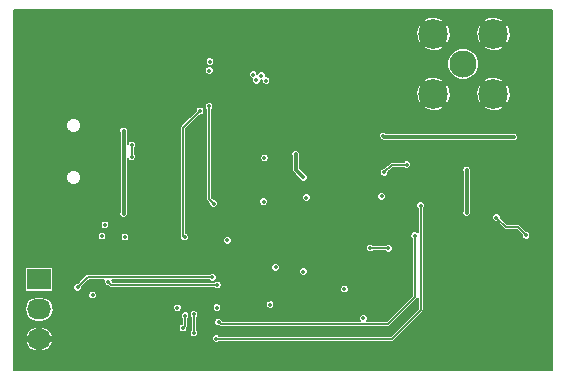
<source format=gbl>
G04 #@! TF.FileFunction,Copper,L4,Bot,Signal*
%FSLAX46Y46*%
G04 Gerber Fmt 4.6, Leading zero omitted, Abs format (unit mm)*
G04 Created by KiCad (PCBNEW (after 2015-mar-04 BZR unknown)-product) date Wed 22 Apr 2015 11:16:48 PM EDT*
%MOMM*%
G01*
G04 APERTURE LIST*
%ADD10C,0.100000*%
%ADD11R,2.032000X1.727200*%
%ADD12O,2.032000X1.727200*%
%ADD13C,2.300000*%
%ADD14C,2.500000*%
%ADD15C,0.355400*%
%ADD16C,0.300000*%
%ADD17C,0.127000*%
G04 APERTURE END LIST*
D10*
D11*
X93345000Y-78054200D03*
D12*
X93345000Y-80594200D03*
X93345000Y-83134200D03*
D13*
X129260600Y-59829700D03*
D14*
X131800600Y-57289700D03*
X126720600Y-57289700D03*
X126720600Y-62369700D03*
X131800600Y-62369700D03*
D15*
X115062000Y-67490340D03*
X115717320Y-69425820D03*
X133532880Y-66019680D03*
X122483880Y-65928240D03*
X100500000Y-65500000D03*
X100500000Y-72500000D03*
X119207280Y-57348120D03*
X100843080Y-76817220D03*
X118376700Y-80741520D03*
X116240560Y-68620640D03*
X118094760Y-67792600D03*
X111084360Y-65280540D03*
X113621820Y-69164200D03*
X113212880Y-71490840D03*
X114460020Y-68374260D03*
X111615220Y-74637900D03*
X115011200Y-74620120D03*
X116080540Y-72280780D03*
X119359680Y-72260460D03*
X117281960Y-73837800D03*
X117718840Y-75316080D03*
X123738640Y-77434440D03*
X102991920Y-61257180D03*
X103342440Y-60662820D03*
X103068120Y-60030360D03*
X103459280Y-59354720D03*
X114406680Y-57378600D03*
X113157000Y-58374280D03*
X113741200Y-59631580D03*
X113146840Y-59070240D03*
X119415560Y-60487560D03*
X130520440Y-66969640D03*
X134945120Y-66141600D03*
X128877060Y-66949320D03*
X126568200Y-67101720D03*
X122285760Y-72344280D03*
X125798580Y-69697600D03*
X128818640Y-71180960D03*
X131566920Y-71597520D03*
X135087360Y-71556880D03*
X129184400Y-75641200D03*
X129501900Y-73388220D03*
X112948720Y-81264760D03*
X111008160Y-81135220D03*
X101152960Y-82250280D03*
X97876360Y-82255360D03*
X96149160Y-77053440D03*
X102641400Y-75199240D03*
X106923840Y-73055480D03*
X106862880Y-71521320D03*
X103075740Y-70530720D03*
X103243380Y-72420480D03*
X103322120Y-66725800D03*
X103327200Y-66735960D03*
X96918780Y-70035420D03*
X97368360Y-70309740D03*
X98206560Y-70286880D03*
X98648520Y-70309740D03*
X99616260Y-70332600D03*
X99692460Y-69578220D03*
X97162620Y-69303900D03*
X97429320Y-69738240D03*
X98160840Y-69715380D03*
X97002600Y-68557140D03*
X99090480Y-69791580D03*
X108402120Y-80467200D03*
X109270800Y-74764900D03*
X115724940Y-77411580D03*
X120797320Y-81376520D03*
X119192040Y-78889860D03*
X122354340Y-71033640D03*
X115984020Y-71140320D03*
X112410240Y-67795140D03*
X112356900Y-71506080D03*
X113370360Y-77061060D03*
X112905540Y-80208120D03*
X97886520Y-79405480D03*
X105044240Y-80482440D03*
X100614480Y-74493120D03*
X98671380Y-74409300D03*
X98915220Y-73456800D03*
X112555020Y-61241940D03*
X112158780Y-60830460D03*
X111739680Y-61226700D03*
X111475520Y-60736480D03*
X107744260Y-60401200D03*
X107807760Y-59634120D03*
X101201220Y-66695320D03*
X101191060Y-67701160D03*
X108432600Y-78546960D03*
X99197160Y-78287880D03*
X108021120Y-77891640D03*
X96601280Y-78740000D03*
X106974640Y-63802260D03*
X105671620Y-74490580D03*
X105704640Y-81130140D03*
X105521760Y-82194400D03*
X107739180Y-63413640D03*
X108127800Y-71666100D03*
X106451400Y-81026000D03*
X106451400Y-82600800D03*
X129547620Y-72433180D03*
X129532380Y-68816220D03*
X124465080Y-68366640D03*
X122552460Y-69014340D03*
X134576820Y-74330560D03*
X132069840Y-72839580D03*
X121363740Y-75415140D03*
X122910600Y-75430380D03*
X125158500Y-74371200D03*
X108549440Y-81686400D03*
X125651260Y-71815960D03*
X108356400Y-83096100D03*
D16*
X115062000Y-68770500D02*
X115062000Y-67490340D01*
X115717320Y-69425820D02*
X115062000Y-68770500D01*
X122575320Y-66019680D02*
X133532880Y-66019680D01*
X122483880Y-65928240D02*
X122575320Y-66019680D01*
X100500000Y-72500000D02*
X100500000Y-65500000D01*
D17*
X101201220Y-67691000D02*
X101201220Y-66695320D01*
X101191060Y-67701160D02*
X101201220Y-67691000D01*
X99456240Y-78546960D02*
X108432600Y-78546960D01*
X99197160Y-78287880D02*
X99456240Y-78546960D01*
X97449640Y-77891640D02*
X108021120Y-77891640D01*
X96601280Y-78740000D02*
X97449640Y-77891640D01*
X105557320Y-65219580D02*
X106974640Y-63802260D01*
X105557320Y-74376280D02*
X105557320Y-65219580D01*
X105671620Y-74490580D02*
X105557320Y-74376280D01*
X105704640Y-82011520D02*
X105704640Y-81130140D01*
X105521760Y-82194400D02*
X105704640Y-82011520D01*
X107739180Y-71277480D02*
X107739180Y-63413640D01*
X108127800Y-71666100D02*
X107739180Y-71277480D01*
X106451400Y-82600800D02*
X106451400Y-81026000D01*
D16*
X129547620Y-68831460D02*
X129547620Y-72433180D01*
X129532380Y-68816220D02*
X129547620Y-68831460D01*
D17*
X123200160Y-68366640D02*
X124465080Y-68366640D01*
X122552460Y-69014340D02*
X123200160Y-68366640D01*
X133891020Y-73644760D02*
X134576820Y-74330560D01*
X132875020Y-73644760D02*
X133891020Y-73644760D01*
X132069840Y-72839580D02*
X132875020Y-73644760D01*
X122895360Y-75415140D02*
X121363740Y-75415140D01*
X122910600Y-75430380D02*
X122895360Y-75415140D01*
X125158500Y-79590900D02*
X125158500Y-74371200D01*
X122872500Y-81876900D02*
X125158500Y-79590900D01*
X108739940Y-81876900D02*
X122872500Y-81876900D01*
X108549440Y-81686400D02*
X108739940Y-81876900D01*
X125651260Y-80678020D02*
X125651260Y-71815960D01*
X123240800Y-83088480D02*
X125651260Y-80678020D01*
X108364020Y-83088480D02*
X123240800Y-83088480D01*
X108356400Y-83096100D02*
X108364020Y-83088480D01*
G36*
X136759500Y-85759500D02*
X134945083Y-85759500D01*
X134945083Y-74257642D01*
X134889146Y-74122264D01*
X134785661Y-74018598D01*
X134650381Y-73962425D01*
X134567822Y-73962352D01*
X134070625Y-73465155D01*
X133988222Y-73410095D01*
X133901143Y-73392773D01*
X133901143Y-65946762D01*
X133845206Y-65811384D01*
X133741721Y-65707718D01*
X133606441Y-65651545D01*
X133459962Y-65651417D01*
X133392770Y-65679180D01*
X133261147Y-65679180D01*
X133261147Y-62524433D01*
X133261147Y-57444433D01*
X133209184Y-56873727D01*
X133090756Y-56587817D01*
X132931101Y-56428607D01*
X132661693Y-56698015D01*
X132661693Y-56159199D01*
X132502483Y-55999544D01*
X131955333Y-55829153D01*
X131384627Y-55881116D01*
X131098717Y-55999544D01*
X130939507Y-56159199D01*
X131800600Y-57020292D01*
X132661693Y-56159199D01*
X132661693Y-56698015D01*
X132070008Y-57289700D01*
X132931101Y-58150793D01*
X133090756Y-57991583D01*
X133261147Y-57444433D01*
X133261147Y-62524433D01*
X133209184Y-61953727D01*
X133090756Y-61667817D01*
X132931101Y-61508607D01*
X132661693Y-61778015D01*
X132661693Y-61239199D01*
X132661693Y-58420201D01*
X131800600Y-57559108D01*
X131531192Y-57828516D01*
X131531192Y-57289700D01*
X130670099Y-56428607D01*
X130510444Y-56587817D01*
X130340053Y-57134967D01*
X130392016Y-57705673D01*
X130510444Y-57991583D01*
X130670099Y-58150793D01*
X131531192Y-57289700D01*
X131531192Y-57828516D01*
X130939507Y-58420201D01*
X131098717Y-58579856D01*
X131645867Y-58750247D01*
X132216573Y-58698284D01*
X132502483Y-58579856D01*
X132661693Y-58420201D01*
X132661693Y-61239199D01*
X132502483Y-61079544D01*
X131955333Y-60909153D01*
X131384627Y-60961116D01*
X131098717Y-61079544D01*
X130939507Y-61239199D01*
X131800600Y-62100292D01*
X132661693Y-61239199D01*
X132661693Y-61778015D01*
X132070008Y-62369700D01*
X132931101Y-63230793D01*
X133090756Y-63071583D01*
X133261147Y-62524433D01*
X133261147Y-65679180D01*
X132661693Y-65679180D01*
X132661693Y-63500201D01*
X131800600Y-62639108D01*
X131531192Y-62908516D01*
X131531192Y-62369700D01*
X130670099Y-61508607D01*
X130601332Y-61577182D01*
X130601332Y-59564228D01*
X130397683Y-59071360D01*
X130020924Y-58693942D01*
X129528412Y-58489433D01*
X128995128Y-58488968D01*
X128502260Y-58692617D01*
X128181147Y-59013169D01*
X128181147Y-57444433D01*
X128129184Y-56873727D01*
X128010756Y-56587817D01*
X127851101Y-56428607D01*
X127581693Y-56698015D01*
X127581693Y-56159199D01*
X127422483Y-55999544D01*
X126875333Y-55829153D01*
X126304627Y-55881116D01*
X126018717Y-55999544D01*
X125859507Y-56159199D01*
X126720600Y-57020292D01*
X127581693Y-56159199D01*
X127581693Y-56698015D01*
X126990008Y-57289700D01*
X127851101Y-58150793D01*
X128010756Y-57991583D01*
X128181147Y-57444433D01*
X128181147Y-59013169D01*
X128124842Y-59069376D01*
X127920333Y-59561888D01*
X127919868Y-60095172D01*
X128123517Y-60588040D01*
X128500276Y-60965458D01*
X128992788Y-61169967D01*
X129526072Y-61170432D01*
X130018940Y-60966783D01*
X130396358Y-60590024D01*
X130600867Y-60097512D01*
X130601332Y-59564228D01*
X130601332Y-61577182D01*
X130510444Y-61667817D01*
X130340053Y-62214967D01*
X130392016Y-62785673D01*
X130510444Y-63071583D01*
X130670099Y-63230793D01*
X131531192Y-62369700D01*
X131531192Y-62908516D01*
X130939507Y-63500201D01*
X131098717Y-63659856D01*
X131645867Y-63830247D01*
X132216573Y-63778284D01*
X132502483Y-63659856D01*
X132661693Y-63500201D01*
X132661693Y-65679180D01*
X128181147Y-65679180D01*
X128181147Y-62524433D01*
X128129184Y-61953727D01*
X128010756Y-61667817D01*
X127851101Y-61508607D01*
X127581693Y-61778015D01*
X127581693Y-61239199D01*
X127581693Y-58420201D01*
X126720600Y-57559108D01*
X126451192Y-57828516D01*
X126451192Y-57289700D01*
X125590099Y-56428607D01*
X125430444Y-56587817D01*
X125260053Y-57134967D01*
X125312016Y-57705673D01*
X125430444Y-57991583D01*
X125590099Y-58150793D01*
X126451192Y-57289700D01*
X126451192Y-57828516D01*
X125859507Y-58420201D01*
X126018717Y-58579856D01*
X126565867Y-58750247D01*
X127136573Y-58698284D01*
X127422483Y-58579856D01*
X127581693Y-58420201D01*
X127581693Y-61239199D01*
X127422483Y-61079544D01*
X126875333Y-60909153D01*
X126304627Y-60961116D01*
X126018717Y-61079544D01*
X125859507Y-61239199D01*
X126720600Y-62100292D01*
X127581693Y-61239199D01*
X127581693Y-61778015D01*
X126990008Y-62369700D01*
X127851101Y-63230793D01*
X128010756Y-63071583D01*
X128181147Y-62524433D01*
X128181147Y-65679180D01*
X127581693Y-65679180D01*
X127581693Y-63500201D01*
X126720600Y-62639108D01*
X126451192Y-62908516D01*
X126451192Y-62369700D01*
X125590099Y-61508607D01*
X125430444Y-61667817D01*
X125260053Y-62214967D01*
X125312016Y-62785673D01*
X125430444Y-63071583D01*
X125590099Y-63230793D01*
X126451192Y-62369700D01*
X126451192Y-62908516D01*
X125859507Y-63500201D01*
X126018717Y-63659856D01*
X126565867Y-63830247D01*
X127136573Y-63778284D01*
X127422483Y-63659856D01*
X127581693Y-63500201D01*
X127581693Y-65679180D01*
X122755513Y-65679180D01*
X122692721Y-65616278D01*
X122557441Y-65560105D01*
X122410962Y-65559977D01*
X122275584Y-65615914D01*
X122171918Y-65719399D01*
X122115745Y-65854679D01*
X122115617Y-66001158D01*
X122171554Y-66136536D01*
X122275039Y-66240202D01*
X122352194Y-66272239D01*
X122445016Y-66334261D01*
X122445017Y-66334261D01*
X122575320Y-66360180D01*
X133392766Y-66360180D01*
X133459319Y-66387815D01*
X133605798Y-66387943D01*
X133741176Y-66332006D01*
X133844842Y-66228521D01*
X133901015Y-66093241D01*
X133901143Y-65946762D01*
X133901143Y-73392773D01*
X133891020Y-73390760D01*
X132980230Y-73390760D01*
X132438031Y-72848561D01*
X132438103Y-72766662D01*
X132382166Y-72631284D01*
X132278681Y-72527618D01*
X132143401Y-72471445D01*
X131996922Y-72471317D01*
X131861544Y-72527254D01*
X131757878Y-72630739D01*
X131701705Y-72766019D01*
X131701577Y-72912498D01*
X131757514Y-73047876D01*
X131860999Y-73151542D01*
X131996279Y-73207715D01*
X132078837Y-73207787D01*
X132695415Y-73824365D01*
X132777818Y-73879425D01*
X132777819Y-73879425D01*
X132875020Y-73898760D01*
X133785810Y-73898760D01*
X134208628Y-74321578D01*
X134208557Y-74403478D01*
X134264494Y-74538856D01*
X134367979Y-74642522D01*
X134503259Y-74698695D01*
X134649738Y-74698823D01*
X134785116Y-74642886D01*
X134888782Y-74539401D01*
X134944955Y-74404121D01*
X134945083Y-74257642D01*
X134945083Y-85759500D01*
X129915883Y-85759500D01*
X129915883Y-72360262D01*
X129888120Y-72293070D01*
X129888120Y-68919631D01*
X129900515Y-68889781D01*
X129900643Y-68743302D01*
X129844706Y-68607924D01*
X129741221Y-68504258D01*
X129605941Y-68448085D01*
X129459462Y-68447957D01*
X129324084Y-68503894D01*
X129220418Y-68607379D01*
X129164245Y-68742659D01*
X129164117Y-68889138D01*
X129207120Y-68993213D01*
X129207120Y-72293066D01*
X129179485Y-72359619D01*
X129179357Y-72506098D01*
X129235294Y-72641476D01*
X129338779Y-72745142D01*
X129474059Y-72801315D01*
X129620538Y-72801443D01*
X129755916Y-72745506D01*
X129859582Y-72642021D01*
X129915755Y-72506741D01*
X129915883Y-72360262D01*
X129915883Y-85759500D01*
X126019523Y-85759500D01*
X126019523Y-71743042D01*
X125963586Y-71607664D01*
X125860101Y-71503998D01*
X125724821Y-71447825D01*
X125578342Y-71447697D01*
X125442964Y-71503634D01*
X125339298Y-71607119D01*
X125283125Y-71742399D01*
X125282997Y-71888878D01*
X125338934Y-72024256D01*
X125397260Y-72082684D01*
X125397260Y-74089209D01*
X125367341Y-74059238D01*
X125232061Y-74003065D01*
X125085582Y-74002937D01*
X124950204Y-74058874D01*
X124846538Y-74162359D01*
X124833343Y-74194136D01*
X124833343Y-68293722D01*
X124777406Y-68158344D01*
X124673921Y-68054678D01*
X124538641Y-67998505D01*
X124392162Y-67998377D01*
X124256784Y-68054314D01*
X124198355Y-68112640D01*
X123200160Y-68112640D01*
X123102958Y-68131975D01*
X123020555Y-68187035D01*
X122561441Y-68646148D01*
X122479542Y-68646077D01*
X122344164Y-68702014D01*
X122240498Y-68805499D01*
X122184325Y-68940779D01*
X122184197Y-69087258D01*
X122240134Y-69222636D01*
X122343619Y-69326302D01*
X122478899Y-69382475D01*
X122625378Y-69382603D01*
X122760756Y-69326666D01*
X122864422Y-69223181D01*
X122920595Y-69087901D01*
X122920667Y-69005342D01*
X123305370Y-68620640D01*
X124198378Y-68620640D01*
X124256239Y-68678602D01*
X124391519Y-68734775D01*
X124537998Y-68734903D01*
X124673376Y-68678966D01*
X124777042Y-68575481D01*
X124833215Y-68440201D01*
X124833343Y-68293722D01*
X124833343Y-74194136D01*
X124790365Y-74297639D01*
X124790237Y-74444118D01*
X124846174Y-74579496D01*
X124904500Y-74637924D01*
X124904500Y-79485690D01*
X123278863Y-81111327D01*
X123278863Y-75357462D01*
X123222926Y-75222084D01*
X123119441Y-75118418D01*
X122984161Y-75062245D01*
X122837682Y-75062117D01*
X122722603Y-75109666D01*
X122722603Y-70960722D01*
X122666666Y-70825344D01*
X122563181Y-70721678D01*
X122427901Y-70665505D01*
X122281422Y-70665377D01*
X122146044Y-70721314D01*
X122042378Y-70824799D01*
X121986205Y-70960079D01*
X121986077Y-71106558D01*
X122042014Y-71241936D01*
X122145499Y-71345602D01*
X122280779Y-71401775D01*
X122427258Y-71401903D01*
X122562636Y-71345966D01*
X122666302Y-71242481D01*
X122722475Y-71107201D01*
X122722603Y-70960722D01*
X122722603Y-75109666D01*
X122702304Y-75118054D01*
X122659142Y-75161140D01*
X121630441Y-75161140D01*
X121572581Y-75103178D01*
X121437301Y-75047005D01*
X121290822Y-75046877D01*
X121155444Y-75102814D01*
X121051778Y-75206299D01*
X120995605Y-75341579D01*
X120995477Y-75488058D01*
X121051414Y-75623436D01*
X121154899Y-75727102D01*
X121290179Y-75783275D01*
X121436658Y-75783403D01*
X121572036Y-75727466D01*
X121630464Y-75669140D01*
X122628684Y-75669140D01*
X122701759Y-75742342D01*
X122837039Y-75798515D01*
X122983518Y-75798643D01*
X123118896Y-75742706D01*
X123222562Y-75639221D01*
X123278735Y-75503941D01*
X123278863Y-75357462D01*
X123278863Y-81111327D01*
X122767290Y-81622900D01*
X121071677Y-81622900D01*
X121109282Y-81585361D01*
X121165455Y-81450081D01*
X121165583Y-81303602D01*
X121109646Y-81168224D01*
X121006161Y-81064558D01*
X120870881Y-81008385D01*
X120724402Y-81008257D01*
X120589024Y-81064194D01*
X120485358Y-81167679D01*
X120429185Y-81302959D01*
X120429057Y-81449438D01*
X120484994Y-81584816D01*
X120523011Y-81622900D01*
X119560303Y-81622900D01*
X119560303Y-78816942D01*
X119504366Y-78681564D01*
X119400881Y-78577898D01*
X119265601Y-78521725D01*
X119119122Y-78521597D01*
X118983744Y-78577534D01*
X118880078Y-78681019D01*
X118823905Y-78816299D01*
X118823777Y-78962778D01*
X118879714Y-79098156D01*
X118983199Y-79201822D01*
X119118479Y-79257995D01*
X119264958Y-79258123D01*
X119400336Y-79202186D01*
X119504002Y-79098701D01*
X119560175Y-78963421D01*
X119560303Y-78816942D01*
X119560303Y-81622900D01*
X116352283Y-81622900D01*
X116352283Y-71067402D01*
X116296346Y-70932024D01*
X116192861Y-70828358D01*
X116085583Y-70783812D01*
X116085583Y-69352902D01*
X116029646Y-69217524D01*
X115926161Y-69113858D01*
X115859017Y-69085977D01*
X115402500Y-68629460D01*
X115402500Y-67630453D01*
X115430135Y-67563901D01*
X115430263Y-67417422D01*
X115374326Y-67282044D01*
X115270841Y-67178378D01*
X115135561Y-67122205D01*
X114989082Y-67122077D01*
X114853704Y-67178014D01*
X114750038Y-67281499D01*
X114693865Y-67416779D01*
X114693737Y-67563258D01*
X114721500Y-67630449D01*
X114721500Y-68770500D01*
X114747419Y-68900804D01*
X114821230Y-69011270D01*
X115377475Y-69567515D01*
X115404994Y-69634116D01*
X115508479Y-69737782D01*
X115643759Y-69793955D01*
X115790238Y-69794083D01*
X115925616Y-69738146D01*
X116029282Y-69634661D01*
X116085455Y-69499381D01*
X116085583Y-69352902D01*
X116085583Y-70783812D01*
X116057581Y-70772185D01*
X115911102Y-70772057D01*
X115775724Y-70827994D01*
X115672058Y-70931479D01*
X115615885Y-71066759D01*
X115615757Y-71213238D01*
X115671694Y-71348616D01*
X115775179Y-71452282D01*
X115910459Y-71508455D01*
X116056938Y-71508583D01*
X116192316Y-71452646D01*
X116295982Y-71349161D01*
X116352155Y-71213881D01*
X116352283Y-71067402D01*
X116352283Y-81622900D01*
X116093203Y-81622900D01*
X116093203Y-77338662D01*
X116037266Y-77203284D01*
X115933781Y-77099618D01*
X115798501Y-77043445D01*
X115652022Y-77043317D01*
X115516644Y-77099254D01*
X115412978Y-77202739D01*
X115356805Y-77338019D01*
X115356677Y-77484498D01*
X115412614Y-77619876D01*
X115516099Y-77723542D01*
X115651379Y-77779715D01*
X115797858Y-77779843D01*
X115933236Y-77723906D01*
X116036902Y-77620421D01*
X116093075Y-77485141D01*
X116093203Y-77338662D01*
X116093203Y-81622900D01*
X113738623Y-81622900D01*
X113738623Y-76988142D01*
X113682686Y-76852764D01*
X113579201Y-76749098D01*
X113443921Y-76692925D01*
X113297442Y-76692797D01*
X113162064Y-76748734D01*
X113058398Y-76852219D01*
X113002225Y-76987499D01*
X113002097Y-77133978D01*
X113058034Y-77269356D01*
X113161519Y-77373022D01*
X113296799Y-77429195D01*
X113443278Y-77429323D01*
X113578656Y-77373386D01*
X113682322Y-77269901D01*
X113738495Y-77134621D01*
X113738623Y-76988142D01*
X113738623Y-81622900D01*
X113273803Y-81622900D01*
X113273803Y-80135202D01*
X113217866Y-79999824D01*
X113114381Y-79896158D01*
X112979101Y-79839985D01*
X112923283Y-79839936D01*
X112923283Y-61169022D01*
X112867346Y-61033644D01*
X112763861Y-60929978D01*
X112628581Y-60873805D01*
X112526941Y-60873716D01*
X112527043Y-60757542D01*
X112471106Y-60622164D01*
X112367621Y-60518498D01*
X112232341Y-60462325D01*
X112085862Y-60462197D01*
X111950484Y-60518134D01*
X111846818Y-60621619D01*
X111836610Y-60646202D01*
X111787846Y-60528184D01*
X111684361Y-60424518D01*
X111549081Y-60368345D01*
X111402602Y-60368217D01*
X111267224Y-60424154D01*
X111163558Y-60527639D01*
X111107385Y-60662919D01*
X111107257Y-60809398D01*
X111163194Y-60944776D01*
X111266679Y-61048442D01*
X111393203Y-61100979D01*
X111371545Y-61153139D01*
X111371417Y-61299618D01*
X111427354Y-61434996D01*
X111530839Y-61538662D01*
X111666119Y-61594835D01*
X111812598Y-61594963D01*
X111947976Y-61539026D01*
X112051642Y-61435541D01*
X112107815Y-61300261D01*
X112107903Y-61198614D01*
X112186858Y-61198683D01*
X112186757Y-61314858D01*
X112242694Y-61450236D01*
X112346179Y-61553902D01*
X112481459Y-61610075D01*
X112627938Y-61610203D01*
X112763316Y-61554266D01*
X112866982Y-61450781D01*
X112923155Y-61315501D01*
X112923283Y-61169022D01*
X112923283Y-79839936D01*
X112832622Y-79839857D01*
X112778503Y-79862218D01*
X112778503Y-67722222D01*
X112722566Y-67586844D01*
X112619081Y-67483178D01*
X112483801Y-67427005D01*
X112337322Y-67426877D01*
X112201944Y-67482814D01*
X112098278Y-67586299D01*
X112042105Y-67721579D01*
X112041977Y-67868058D01*
X112097914Y-68003436D01*
X112201399Y-68107102D01*
X112336679Y-68163275D01*
X112483158Y-68163403D01*
X112618536Y-68107466D01*
X112722202Y-68003981D01*
X112778375Y-67868701D01*
X112778503Y-67722222D01*
X112778503Y-79862218D01*
X112725163Y-79884258D01*
X112725163Y-71433162D01*
X112669226Y-71297784D01*
X112565741Y-71194118D01*
X112430461Y-71137945D01*
X112283982Y-71137817D01*
X112148604Y-71193754D01*
X112044938Y-71297239D01*
X111988765Y-71432519D01*
X111988637Y-71578998D01*
X112044574Y-71714376D01*
X112148059Y-71818042D01*
X112283339Y-71874215D01*
X112429818Y-71874343D01*
X112565196Y-71818406D01*
X112668862Y-71714921D01*
X112725035Y-71579641D01*
X112725163Y-71433162D01*
X112725163Y-79884258D01*
X112697244Y-79895794D01*
X112593578Y-79999279D01*
X112537405Y-80134559D01*
X112537277Y-80281038D01*
X112593214Y-80416416D01*
X112696699Y-80520082D01*
X112831979Y-80576255D01*
X112978458Y-80576383D01*
X113113836Y-80520446D01*
X113217502Y-80416961D01*
X113273675Y-80281681D01*
X113273803Y-80135202D01*
X113273803Y-81622900D01*
X109639063Y-81622900D01*
X109639063Y-74691982D01*
X109583126Y-74556604D01*
X109479641Y-74452938D01*
X109344361Y-74396765D01*
X109197882Y-74396637D01*
X109062504Y-74452574D01*
X108958838Y-74556059D01*
X108902665Y-74691339D01*
X108902537Y-74837818D01*
X108958474Y-74973196D01*
X109061959Y-75076862D01*
X109197239Y-75133035D01*
X109343718Y-75133163D01*
X109479096Y-75077226D01*
X109582762Y-74973741D01*
X109638935Y-74838461D01*
X109639063Y-74691982D01*
X109639063Y-81622900D01*
X108917694Y-81622900D01*
X108917703Y-81613482D01*
X108861766Y-81478104D01*
X108800863Y-81417094D01*
X108800863Y-78474042D01*
X108744926Y-78338664D01*
X108641441Y-78234998D01*
X108506161Y-78178825D01*
X108496063Y-78178816D01*
X108496063Y-71593182D01*
X108440126Y-71457804D01*
X108336641Y-71354138D01*
X108201361Y-71297965D01*
X108176023Y-71297942D01*
X108176023Y-59561202D01*
X108120086Y-59425824D01*
X108016601Y-59322158D01*
X107881321Y-59265985D01*
X107734842Y-59265857D01*
X107599464Y-59321794D01*
X107495798Y-59425279D01*
X107439625Y-59560559D01*
X107439497Y-59707038D01*
X107495434Y-59842416D01*
X107598919Y-59946082D01*
X107734199Y-60002255D01*
X107880678Y-60002383D01*
X108016056Y-59946446D01*
X108119722Y-59842961D01*
X108175895Y-59707681D01*
X108176023Y-59561202D01*
X108176023Y-71297942D01*
X108118802Y-71297892D01*
X108112523Y-71291613D01*
X108112523Y-60328282D01*
X108056586Y-60192904D01*
X107953101Y-60089238D01*
X107817821Y-60033065D01*
X107671342Y-60032937D01*
X107535964Y-60088874D01*
X107432298Y-60192359D01*
X107376125Y-60327639D01*
X107375997Y-60474118D01*
X107431934Y-60609496D01*
X107535419Y-60713162D01*
X107670699Y-60769335D01*
X107817178Y-60769463D01*
X107952556Y-60713526D01*
X108056222Y-60610041D01*
X108112395Y-60474761D01*
X108112523Y-60328282D01*
X108112523Y-71291613D01*
X107993180Y-71172270D01*
X107993180Y-63680341D01*
X108051142Y-63622481D01*
X108107315Y-63487201D01*
X108107443Y-63340722D01*
X108051506Y-63205344D01*
X107948021Y-63101678D01*
X107812741Y-63045505D01*
X107666262Y-63045377D01*
X107530884Y-63101314D01*
X107427218Y-63204799D01*
X107371045Y-63340079D01*
X107370917Y-63486558D01*
X107426854Y-63621936D01*
X107485180Y-63680364D01*
X107485180Y-71277480D01*
X107504515Y-71374682D01*
X107559575Y-71457085D01*
X107759608Y-71657118D01*
X107759537Y-71739018D01*
X107815474Y-71874396D01*
X107918959Y-71978062D01*
X108054239Y-72034235D01*
X108200718Y-72034363D01*
X108336096Y-71978426D01*
X108439762Y-71874941D01*
X108495935Y-71739661D01*
X108496063Y-71593182D01*
X108496063Y-78178816D01*
X108359682Y-78178697D01*
X108224304Y-78234634D01*
X108165875Y-78292960D01*
X99565354Y-78292960D01*
X99565423Y-78214962D01*
X99536779Y-78145640D01*
X107754418Y-78145640D01*
X107812279Y-78203602D01*
X107947559Y-78259775D01*
X108094038Y-78259903D01*
X108229416Y-78203966D01*
X108333082Y-78100481D01*
X108389255Y-77965201D01*
X108389383Y-77818722D01*
X108333446Y-77683344D01*
X108229961Y-77579678D01*
X108094681Y-77523505D01*
X107948202Y-77523377D01*
X107812824Y-77579314D01*
X107754395Y-77637640D01*
X107342903Y-77637640D01*
X107342903Y-63729342D01*
X107286966Y-63593964D01*
X107183481Y-63490298D01*
X107048201Y-63434125D01*
X106901722Y-63433997D01*
X106766344Y-63489934D01*
X106662678Y-63593419D01*
X106606505Y-63728699D01*
X106606432Y-63811257D01*
X105377715Y-65039975D01*
X105322655Y-65122378D01*
X105303320Y-65219580D01*
X105303320Y-74376280D01*
X105308852Y-74404092D01*
X105303485Y-74417019D01*
X105303357Y-74563498D01*
X105359294Y-74698876D01*
X105462779Y-74802542D01*
X105598059Y-74858715D01*
X105744538Y-74858843D01*
X105879916Y-74802906D01*
X105983582Y-74699421D01*
X106039755Y-74564141D01*
X106039883Y-74417662D01*
X105983946Y-74282284D01*
X105880461Y-74178618D01*
X105811320Y-74149908D01*
X105811320Y-65324790D01*
X106965658Y-64170451D01*
X107047558Y-64170523D01*
X107182936Y-64114586D01*
X107286602Y-64011101D01*
X107342775Y-63875821D01*
X107342903Y-63729342D01*
X107342903Y-77637640D01*
X101569483Y-77637640D01*
X101569483Y-66622402D01*
X101513546Y-66487024D01*
X101410061Y-66383358D01*
X101274781Y-66327185D01*
X101128302Y-66327057D01*
X100992924Y-66382994D01*
X100889258Y-66486479D01*
X100840500Y-66603901D01*
X100840500Y-65640113D01*
X100868135Y-65573561D01*
X100868263Y-65427082D01*
X100812326Y-65291704D01*
X100708841Y-65188038D01*
X100573561Y-65131865D01*
X100427082Y-65131737D01*
X100291704Y-65187674D01*
X100188038Y-65291159D01*
X100131865Y-65426439D01*
X100131737Y-65572918D01*
X100159500Y-65640109D01*
X100159500Y-72359886D01*
X100131865Y-72426439D01*
X100131737Y-72572918D01*
X100187674Y-72708296D01*
X100291159Y-72811962D01*
X100426439Y-72868135D01*
X100572918Y-72868263D01*
X100708296Y-72812326D01*
X100811962Y-72708841D01*
X100868135Y-72573561D01*
X100868263Y-72427082D01*
X100840500Y-72359890D01*
X100840500Y-67816922D01*
X100878734Y-67909456D01*
X100982219Y-68013122D01*
X101117499Y-68069295D01*
X101263978Y-68069423D01*
X101399356Y-68013486D01*
X101503022Y-67910001D01*
X101559195Y-67774721D01*
X101559323Y-67628242D01*
X101503386Y-67492864D01*
X101455220Y-67444613D01*
X101455220Y-66962021D01*
X101513182Y-66904161D01*
X101569355Y-66768881D01*
X101569483Y-66622402D01*
X101569483Y-77637640D01*
X100982743Y-77637640D01*
X100982743Y-74420202D01*
X100926806Y-74284824D01*
X100823321Y-74181158D01*
X100688041Y-74124985D01*
X100541562Y-74124857D01*
X100406184Y-74180794D01*
X100302518Y-74284279D01*
X100246345Y-74419559D01*
X100246217Y-74566038D01*
X100302154Y-74701416D01*
X100405639Y-74805082D01*
X100540919Y-74861255D01*
X100687398Y-74861383D01*
X100822776Y-74805446D01*
X100926442Y-74701961D01*
X100982615Y-74566681D01*
X100982743Y-74420202D01*
X100982743Y-77637640D01*
X99283483Y-77637640D01*
X99283483Y-73383882D01*
X99227546Y-73248504D01*
X99124061Y-73144838D01*
X98988781Y-73088665D01*
X98842302Y-73088537D01*
X98706924Y-73144474D01*
X98603258Y-73247959D01*
X98547085Y-73383239D01*
X98546957Y-73529718D01*
X98602894Y-73665096D01*
X98706379Y-73768762D01*
X98841659Y-73824935D01*
X98988138Y-73825063D01*
X99123516Y-73769126D01*
X99227182Y-73665641D01*
X99283355Y-73530361D01*
X99283483Y-73383882D01*
X99283483Y-77637640D01*
X99039643Y-77637640D01*
X99039643Y-74336382D01*
X98983706Y-74201004D01*
X98880221Y-74097338D01*
X98744941Y-74041165D01*
X98598462Y-74041037D01*
X98463084Y-74096974D01*
X98359418Y-74200459D01*
X98303245Y-74335739D01*
X98303117Y-74482218D01*
X98359054Y-74617596D01*
X98462539Y-74721262D01*
X98597819Y-74777435D01*
X98744298Y-74777563D01*
X98879676Y-74721626D01*
X98983342Y-74618141D01*
X99039515Y-74482861D01*
X99039643Y-74336382D01*
X99039643Y-77637640D01*
X97449640Y-77637640D01*
X97352438Y-77656975D01*
X97270035Y-77712035D01*
X96931591Y-78050478D01*
X96931591Y-69332079D01*
X96931591Y-64932799D01*
X96834350Y-64697457D01*
X96654450Y-64517243D01*
X96419278Y-64419591D01*
X96164639Y-64419369D01*
X95929297Y-64516610D01*
X95749083Y-64696510D01*
X95651431Y-64931682D01*
X95651209Y-65186321D01*
X95748450Y-65421663D01*
X95928350Y-65601877D01*
X96163522Y-65699529D01*
X96418161Y-65699751D01*
X96653503Y-65602510D01*
X96833717Y-65422610D01*
X96931369Y-65187438D01*
X96931591Y-64932799D01*
X96931591Y-69332079D01*
X96834350Y-69096737D01*
X96654450Y-68916523D01*
X96419278Y-68818871D01*
X96164639Y-68818649D01*
X95929297Y-68915890D01*
X95749083Y-69095790D01*
X95651431Y-69330962D01*
X95651209Y-69585601D01*
X95748450Y-69820943D01*
X95928350Y-70001157D01*
X96163522Y-70098809D01*
X96418161Y-70099031D01*
X96653503Y-70001790D01*
X96833717Y-69821890D01*
X96931369Y-69586718D01*
X96931591Y-69332079D01*
X96931591Y-78050478D01*
X96610261Y-78371808D01*
X96528362Y-78371737D01*
X96392984Y-78427674D01*
X96289318Y-78531159D01*
X96233145Y-78666439D01*
X96233017Y-78812918D01*
X96288954Y-78948296D01*
X96392439Y-79051962D01*
X96527719Y-79108135D01*
X96674198Y-79108263D01*
X96809576Y-79052326D01*
X96913242Y-78948841D01*
X96969415Y-78813561D01*
X96969487Y-78731002D01*
X97554850Y-78145640D01*
X98857542Y-78145640D01*
X98829025Y-78214319D01*
X98828897Y-78360798D01*
X98884834Y-78496176D01*
X98988319Y-78599842D01*
X99123599Y-78656015D01*
X99206157Y-78656087D01*
X99276635Y-78726565D01*
X99359038Y-78781625D01*
X99359039Y-78781625D01*
X99456240Y-78800960D01*
X108165898Y-78800960D01*
X108223759Y-78858922D01*
X108359039Y-78915095D01*
X108505518Y-78915223D01*
X108640896Y-78859286D01*
X108744562Y-78755801D01*
X108800735Y-78620521D01*
X108800863Y-78474042D01*
X108800863Y-81417094D01*
X108770383Y-81386561D01*
X108770383Y-80394282D01*
X108714446Y-80258904D01*
X108610961Y-80155238D01*
X108475681Y-80099065D01*
X108329202Y-80098937D01*
X108193824Y-80154874D01*
X108090158Y-80258359D01*
X108033985Y-80393639D01*
X108033857Y-80540118D01*
X108089794Y-80675496D01*
X108193279Y-80779162D01*
X108328559Y-80835335D01*
X108475038Y-80835463D01*
X108610416Y-80779526D01*
X108714082Y-80676041D01*
X108770255Y-80540761D01*
X108770383Y-80394282D01*
X108770383Y-81386561D01*
X108758281Y-81374438D01*
X108623001Y-81318265D01*
X108476522Y-81318137D01*
X108341144Y-81374074D01*
X108237478Y-81477559D01*
X108181305Y-81612839D01*
X108181177Y-81759318D01*
X108237114Y-81894696D01*
X108340599Y-81998362D01*
X108475879Y-82054535D01*
X108558437Y-82054607D01*
X108560335Y-82056505D01*
X108642738Y-82111565D01*
X108642739Y-82111566D01*
X108739940Y-82130900D01*
X122872500Y-82130900D01*
X122969701Y-82111565D01*
X122969702Y-82111565D01*
X123052105Y-82056505D01*
X125338105Y-79770505D01*
X125393165Y-79688102D01*
X125393165Y-79688101D01*
X125397260Y-79667515D01*
X125397260Y-80572810D01*
X123135590Y-82834480D01*
X108615495Y-82834480D01*
X108565241Y-82784138D01*
X108429961Y-82727965D01*
X108283482Y-82727837D01*
X108148104Y-82783774D01*
X108044438Y-82887259D01*
X107988265Y-83022539D01*
X107988137Y-83169018D01*
X108044074Y-83304396D01*
X108147559Y-83408062D01*
X108282839Y-83464235D01*
X108429318Y-83464363D01*
X108564696Y-83408426D01*
X108630757Y-83342480D01*
X123240800Y-83342480D01*
X123338001Y-83323145D01*
X123338002Y-83323145D01*
X123420405Y-83268085D01*
X125830865Y-80857625D01*
X125885925Y-80775222D01*
X125885925Y-80775221D01*
X125905260Y-80678020D01*
X125905260Y-72082661D01*
X125963222Y-72024801D01*
X126019395Y-71889521D01*
X126019523Y-71743042D01*
X126019523Y-85759500D01*
X106819663Y-85759500D01*
X106819663Y-82527882D01*
X106763726Y-82392504D01*
X106705400Y-82334075D01*
X106705400Y-81292701D01*
X106763362Y-81234841D01*
X106819535Y-81099561D01*
X106819663Y-80953082D01*
X106763726Y-80817704D01*
X106660241Y-80714038D01*
X106524961Y-80657865D01*
X106378482Y-80657737D01*
X106243104Y-80713674D01*
X106139438Y-80817159D01*
X106083265Y-80952439D01*
X106083137Y-81098918D01*
X106139074Y-81234296D01*
X106197400Y-81292724D01*
X106197400Y-82334098D01*
X106139438Y-82391959D01*
X106083265Y-82527239D01*
X106083137Y-82673718D01*
X106139074Y-82809096D01*
X106242559Y-82912762D01*
X106377839Y-82968935D01*
X106524318Y-82969063D01*
X106659696Y-82913126D01*
X106763362Y-82809641D01*
X106819535Y-82674361D01*
X106819663Y-82527882D01*
X106819663Y-85759500D01*
X106072903Y-85759500D01*
X106072903Y-81057222D01*
X106016966Y-80921844D01*
X105913481Y-80818178D01*
X105778201Y-80762005D01*
X105631722Y-80761877D01*
X105496344Y-80817814D01*
X105412503Y-80901508D01*
X105412503Y-80409522D01*
X105356566Y-80274144D01*
X105253081Y-80170478D01*
X105117801Y-80114305D01*
X104971322Y-80114177D01*
X104835944Y-80170114D01*
X104732278Y-80273599D01*
X104676105Y-80408879D01*
X104675977Y-80555358D01*
X104731914Y-80690736D01*
X104835399Y-80794402D01*
X104970679Y-80850575D01*
X105117158Y-80850703D01*
X105252536Y-80794766D01*
X105356202Y-80691281D01*
X105412375Y-80556001D01*
X105412503Y-80409522D01*
X105412503Y-80901508D01*
X105392678Y-80921299D01*
X105336505Y-81056579D01*
X105336377Y-81203058D01*
X105392314Y-81338436D01*
X105450640Y-81396864D01*
X105450640Y-81826138D01*
X105448842Y-81826137D01*
X105313464Y-81882074D01*
X105209798Y-81985559D01*
X105153625Y-82120839D01*
X105153497Y-82267318D01*
X105209434Y-82402696D01*
X105312919Y-82506362D01*
X105448199Y-82562535D01*
X105594678Y-82562663D01*
X105730056Y-82506726D01*
X105833722Y-82403241D01*
X105889895Y-82267961D01*
X105889969Y-82182557D01*
X105939305Y-82108722D01*
X105939305Y-82108721D01*
X105958640Y-82011520D01*
X105958640Y-81396841D01*
X106016602Y-81338981D01*
X106072775Y-81203701D01*
X106072903Y-81057222D01*
X106072903Y-85759500D01*
X98254783Y-85759500D01*
X98254783Y-79332562D01*
X98198846Y-79197184D01*
X98095361Y-79093518D01*
X97960081Y-79037345D01*
X97813602Y-79037217D01*
X97678224Y-79093154D01*
X97574558Y-79196639D01*
X97518385Y-79331919D01*
X97518257Y-79478398D01*
X97574194Y-79613776D01*
X97677679Y-79717442D01*
X97812959Y-79773615D01*
X97959438Y-79773743D01*
X98094816Y-79717806D01*
X98198482Y-79614321D01*
X98254655Y-79479041D01*
X98254783Y-79332562D01*
X98254783Y-85759500D01*
X94575137Y-85759500D01*
X94575137Y-80594200D01*
X94555232Y-80494131D01*
X94555232Y-78917800D01*
X94555232Y-77190600D01*
X94541139Y-77117963D01*
X94499202Y-77054122D01*
X94435892Y-77011387D01*
X94361000Y-76996368D01*
X92329000Y-76996368D01*
X92256363Y-77010461D01*
X92192522Y-77052398D01*
X92149787Y-77115708D01*
X92134768Y-77190600D01*
X92134768Y-78917800D01*
X92148861Y-78990437D01*
X92190798Y-79054278D01*
X92254108Y-79097013D01*
X92329000Y-79112032D01*
X94361000Y-79112032D01*
X94433637Y-79097939D01*
X94497478Y-79056002D01*
X94540213Y-78992692D01*
X94555232Y-78917800D01*
X94555232Y-80494131D01*
X94494898Y-80190813D01*
X94266398Y-79848839D01*
X93924424Y-79620339D01*
X93521037Y-79540100D01*
X93168963Y-79540100D01*
X92765576Y-79620339D01*
X92423602Y-79848839D01*
X92195102Y-80190813D01*
X92114863Y-80594200D01*
X92195102Y-80997587D01*
X92423602Y-81339561D01*
X92765576Y-81568061D01*
X93168963Y-81648300D01*
X93521037Y-81648300D01*
X93924424Y-81568061D01*
X94266398Y-81339561D01*
X94494898Y-80997587D01*
X94575137Y-80594200D01*
X94575137Y-85759500D01*
X94491578Y-85759500D01*
X94491578Y-83484537D01*
X94491578Y-82783863D01*
X94369794Y-82547463D01*
X94078852Y-82258275D01*
X93699390Y-82102439D01*
X93535500Y-82131169D01*
X93535500Y-82943700D01*
X94485682Y-82943700D01*
X94491578Y-82783863D01*
X94491578Y-83484537D01*
X94485682Y-83324700D01*
X93535500Y-83324700D01*
X93535500Y-84137231D01*
X93699390Y-84165961D01*
X94078852Y-84010125D01*
X94369794Y-83720937D01*
X94491578Y-83484537D01*
X94491578Y-85759500D01*
X93154500Y-85759500D01*
X93154500Y-84137231D01*
X93154500Y-83324700D01*
X93154500Y-82943700D01*
X93154500Y-82131169D01*
X92990610Y-82102439D01*
X92611148Y-82258275D01*
X92320206Y-82547463D01*
X92198422Y-82783863D01*
X92204318Y-82943700D01*
X93154500Y-82943700D01*
X93154500Y-83324700D01*
X92204318Y-83324700D01*
X92198422Y-83484537D01*
X92320206Y-83720937D01*
X92611148Y-84010125D01*
X92990610Y-84165961D01*
X93154500Y-84137231D01*
X93154500Y-85759500D01*
X91240500Y-85759500D01*
X91240500Y-55240500D01*
X133000000Y-55240500D01*
X136759500Y-55240500D01*
X136759500Y-85759500D01*
X136759500Y-85759500D01*
G37*
X136759500Y-85759500D02*
X134945083Y-85759500D01*
X134945083Y-74257642D01*
X134889146Y-74122264D01*
X134785661Y-74018598D01*
X134650381Y-73962425D01*
X134567822Y-73962352D01*
X134070625Y-73465155D01*
X133988222Y-73410095D01*
X133901143Y-73392773D01*
X133901143Y-65946762D01*
X133845206Y-65811384D01*
X133741721Y-65707718D01*
X133606441Y-65651545D01*
X133459962Y-65651417D01*
X133392770Y-65679180D01*
X133261147Y-65679180D01*
X133261147Y-62524433D01*
X133261147Y-57444433D01*
X133209184Y-56873727D01*
X133090756Y-56587817D01*
X132931101Y-56428607D01*
X132661693Y-56698015D01*
X132661693Y-56159199D01*
X132502483Y-55999544D01*
X131955333Y-55829153D01*
X131384627Y-55881116D01*
X131098717Y-55999544D01*
X130939507Y-56159199D01*
X131800600Y-57020292D01*
X132661693Y-56159199D01*
X132661693Y-56698015D01*
X132070008Y-57289700D01*
X132931101Y-58150793D01*
X133090756Y-57991583D01*
X133261147Y-57444433D01*
X133261147Y-62524433D01*
X133209184Y-61953727D01*
X133090756Y-61667817D01*
X132931101Y-61508607D01*
X132661693Y-61778015D01*
X132661693Y-61239199D01*
X132661693Y-58420201D01*
X131800600Y-57559108D01*
X131531192Y-57828516D01*
X131531192Y-57289700D01*
X130670099Y-56428607D01*
X130510444Y-56587817D01*
X130340053Y-57134967D01*
X130392016Y-57705673D01*
X130510444Y-57991583D01*
X130670099Y-58150793D01*
X131531192Y-57289700D01*
X131531192Y-57828516D01*
X130939507Y-58420201D01*
X131098717Y-58579856D01*
X131645867Y-58750247D01*
X132216573Y-58698284D01*
X132502483Y-58579856D01*
X132661693Y-58420201D01*
X132661693Y-61239199D01*
X132502483Y-61079544D01*
X131955333Y-60909153D01*
X131384627Y-60961116D01*
X131098717Y-61079544D01*
X130939507Y-61239199D01*
X131800600Y-62100292D01*
X132661693Y-61239199D01*
X132661693Y-61778015D01*
X132070008Y-62369700D01*
X132931101Y-63230793D01*
X133090756Y-63071583D01*
X133261147Y-62524433D01*
X133261147Y-65679180D01*
X132661693Y-65679180D01*
X132661693Y-63500201D01*
X131800600Y-62639108D01*
X131531192Y-62908516D01*
X131531192Y-62369700D01*
X130670099Y-61508607D01*
X130601332Y-61577182D01*
X130601332Y-59564228D01*
X130397683Y-59071360D01*
X130020924Y-58693942D01*
X129528412Y-58489433D01*
X128995128Y-58488968D01*
X128502260Y-58692617D01*
X128181147Y-59013169D01*
X128181147Y-57444433D01*
X128129184Y-56873727D01*
X128010756Y-56587817D01*
X127851101Y-56428607D01*
X127581693Y-56698015D01*
X127581693Y-56159199D01*
X127422483Y-55999544D01*
X126875333Y-55829153D01*
X126304627Y-55881116D01*
X126018717Y-55999544D01*
X125859507Y-56159199D01*
X126720600Y-57020292D01*
X127581693Y-56159199D01*
X127581693Y-56698015D01*
X126990008Y-57289700D01*
X127851101Y-58150793D01*
X128010756Y-57991583D01*
X128181147Y-57444433D01*
X128181147Y-59013169D01*
X128124842Y-59069376D01*
X127920333Y-59561888D01*
X127919868Y-60095172D01*
X128123517Y-60588040D01*
X128500276Y-60965458D01*
X128992788Y-61169967D01*
X129526072Y-61170432D01*
X130018940Y-60966783D01*
X130396358Y-60590024D01*
X130600867Y-60097512D01*
X130601332Y-59564228D01*
X130601332Y-61577182D01*
X130510444Y-61667817D01*
X130340053Y-62214967D01*
X130392016Y-62785673D01*
X130510444Y-63071583D01*
X130670099Y-63230793D01*
X131531192Y-62369700D01*
X131531192Y-62908516D01*
X130939507Y-63500201D01*
X131098717Y-63659856D01*
X131645867Y-63830247D01*
X132216573Y-63778284D01*
X132502483Y-63659856D01*
X132661693Y-63500201D01*
X132661693Y-65679180D01*
X128181147Y-65679180D01*
X128181147Y-62524433D01*
X128129184Y-61953727D01*
X128010756Y-61667817D01*
X127851101Y-61508607D01*
X127581693Y-61778015D01*
X127581693Y-61239199D01*
X127581693Y-58420201D01*
X126720600Y-57559108D01*
X126451192Y-57828516D01*
X126451192Y-57289700D01*
X125590099Y-56428607D01*
X125430444Y-56587817D01*
X125260053Y-57134967D01*
X125312016Y-57705673D01*
X125430444Y-57991583D01*
X125590099Y-58150793D01*
X126451192Y-57289700D01*
X126451192Y-57828516D01*
X125859507Y-58420201D01*
X126018717Y-58579856D01*
X126565867Y-58750247D01*
X127136573Y-58698284D01*
X127422483Y-58579856D01*
X127581693Y-58420201D01*
X127581693Y-61239199D01*
X127422483Y-61079544D01*
X126875333Y-60909153D01*
X126304627Y-60961116D01*
X126018717Y-61079544D01*
X125859507Y-61239199D01*
X126720600Y-62100292D01*
X127581693Y-61239199D01*
X127581693Y-61778015D01*
X126990008Y-62369700D01*
X127851101Y-63230793D01*
X128010756Y-63071583D01*
X128181147Y-62524433D01*
X128181147Y-65679180D01*
X127581693Y-65679180D01*
X127581693Y-63500201D01*
X126720600Y-62639108D01*
X126451192Y-62908516D01*
X126451192Y-62369700D01*
X125590099Y-61508607D01*
X125430444Y-61667817D01*
X125260053Y-62214967D01*
X125312016Y-62785673D01*
X125430444Y-63071583D01*
X125590099Y-63230793D01*
X126451192Y-62369700D01*
X126451192Y-62908516D01*
X125859507Y-63500201D01*
X126018717Y-63659856D01*
X126565867Y-63830247D01*
X127136573Y-63778284D01*
X127422483Y-63659856D01*
X127581693Y-63500201D01*
X127581693Y-65679180D01*
X122755513Y-65679180D01*
X122692721Y-65616278D01*
X122557441Y-65560105D01*
X122410962Y-65559977D01*
X122275584Y-65615914D01*
X122171918Y-65719399D01*
X122115745Y-65854679D01*
X122115617Y-66001158D01*
X122171554Y-66136536D01*
X122275039Y-66240202D01*
X122352194Y-66272239D01*
X122445016Y-66334261D01*
X122445017Y-66334261D01*
X122575320Y-66360180D01*
X133392766Y-66360180D01*
X133459319Y-66387815D01*
X133605798Y-66387943D01*
X133741176Y-66332006D01*
X133844842Y-66228521D01*
X133901015Y-66093241D01*
X133901143Y-65946762D01*
X133901143Y-73392773D01*
X133891020Y-73390760D01*
X132980230Y-73390760D01*
X132438031Y-72848561D01*
X132438103Y-72766662D01*
X132382166Y-72631284D01*
X132278681Y-72527618D01*
X132143401Y-72471445D01*
X131996922Y-72471317D01*
X131861544Y-72527254D01*
X131757878Y-72630739D01*
X131701705Y-72766019D01*
X131701577Y-72912498D01*
X131757514Y-73047876D01*
X131860999Y-73151542D01*
X131996279Y-73207715D01*
X132078837Y-73207787D01*
X132695415Y-73824365D01*
X132777818Y-73879425D01*
X132777819Y-73879425D01*
X132875020Y-73898760D01*
X133785810Y-73898760D01*
X134208628Y-74321578D01*
X134208557Y-74403478D01*
X134264494Y-74538856D01*
X134367979Y-74642522D01*
X134503259Y-74698695D01*
X134649738Y-74698823D01*
X134785116Y-74642886D01*
X134888782Y-74539401D01*
X134944955Y-74404121D01*
X134945083Y-74257642D01*
X134945083Y-85759500D01*
X129915883Y-85759500D01*
X129915883Y-72360262D01*
X129888120Y-72293070D01*
X129888120Y-68919631D01*
X129900515Y-68889781D01*
X129900643Y-68743302D01*
X129844706Y-68607924D01*
X129741221Y-68504258D01*
X129605941Y-68448085D01*
X129459462Y-68447957D01*
X129324084Y-68503894D01*
X129220418Y-68607379D01*
X129164245Y-68742659D01*
X129164117Y-68889138D01*
X129207120Y-68993213D01*
X129207120Y-72293066D01*
X129179485Y-72359619D01*
X129179357Y-72506098D01*
X129235294Y-72641476D01*
X129338779Y-72745142D01*
X129474059Y-72801315D01*
X129620538Y-72801443D01*
X129755916Y-72745506D01*
X129859582Y-72642021D01*
X129915755Y-72506741D01*
X129915883Y-72360262D01*
X129915883Y-85759500D01*
X126019523Y-85759500D01*
X126019523Y-71743042D01*
X125963586Y-71607664D01*
X125860101Y-71503998D01*
X125724821Y-71447825D01*
X125578342Y-71447697D01*
X125442964Y-71503634D01*
X125339298Y-71607119D01*
X125283125Y-71742399D01*
X125282997Y-71888878D01*
X125338934Y-72024256D01*
X125397260Y-72082684D01*
X125397260Y-74089209D01*
X125367341Y-74059238D01*
X125232061Y-74003065D01*
X125085582Y-74002937D01*
X124950204Y-74058874D01*
X124846538Y-74162359D01*
X124833343Y-74194136D01*
X124833343Y-68293722D01*
X124777406Y-68158344D01*
X124673921Y-68054678D01*
X124538641Y-67998505D01*
X124392162Y-67998377D01*
X124256784Y-68054314D01*
X124198355Y-68112640D01*
X123200160Y-68112640D01*
X123102958Y-68131975D01*
X123020555Y-68187035D01*
X122561441Y-68646148D01*
X122479542Y-68646077D01*
X122344164Y-68702014D01*
X122240498Y-68805499D01*
X122184325Y-68940779D01*
X122184197Y-69087258D01*
X122240134Y-69222636D01*
X122343619Y-69326302D01*
X122478899Y-69382475D01*
X122625378Y-69382603D01*
X122760756Y-69326666D01*
X122864422Y-69223181D01*
X122920595Y-69087901D01*
X122920667Y-69005342D01*
X123305370Y-68620640D01*
X124198378Y-68620640D01*
X124256239Y-68678602D01*
X124391519Y-68734775D01*
X124537998Y-68734903D01*
X124673376Y-68678966D01*
X124777042Y-68575481D01*
X124833215Y-68440201D01*
X124833343Y-68293722D01*
X124833343Y-74194136D01*
X124790365Y-74297639D01*
X124790237Y-74444118D01*
X124846174Y-74579496D01*
X124904500Y-74637924D01*
X124904500Y-79485690D01*
X123278863Y-81111327D01*
X123278863Y-75357462D01*
X123222926Y-75222084D01*
X123119441Y-75118418D01*
X122984161Y-75062245D01*
X122837682Y-75062117D01*
X122722603Y-75109666D01*
X122722603Y-70960722D01*
X122666666Y-70825344D01*
X122563181Y-70721678D01*
X122427901Y-70665505D01*
X122281422Y-70665377D01*
X122146044Y-70721314D01*
X122042378Y-70824799D01*
X121986205Y-70960079D01*
X121986077Y-71106558D01*
X122042014Y-71241936D01*
X122145499Y-71345602D01*
X122280779Y-71401775D01*
X122427258Y-71401903D01*
X122562636Y-71345966D01*
X122666302Y-71242481D01*
X122722475Y-71107201D01*
X122722603Y-70960722D01*
X122722603Y-75109666D01*
X122702304Y-75118054D01*
X122659142Y-75161140D01*
X121630441Y-75161140D01*
X121572581Y-75103178D01*
X121437301Y-75047005D01*
X121290822Y-75046877D01*
X121155444Y-75102814D01*
X121051778Y-75206299D01*
X120995605Y-75341579D01*
X120995477Y-75488058D01*
X121051414Y-75623436D01*
X121154899Y-75727102D01*
X121290179Y-75783275D01*
X121436658Y-75783403D01*
X121572036Y-75727466D01*
X121630464Y-75669140D01*
X122628684Y-75669140D01*
X122701759Y-75742342D01*
X122837039Y-75798515D01*
X122983518Y-75798643D01*
X123118896Y-75742706D01*
X123222562Y-75639221D01*
X123278735Y-75503941D01*
X123278863Y-75357462D01*
X123278863Y-81111327D01*
X122767290Y-81622900D01*
X121071677Y-81622900D01*
X121109282Y-81585361D01*
X121165455Y-81450081D01*
X121165583Y-81303602D01*
X121109646Y-81168224D01*
X121006161Y-81064558D01*
X120870881Y-81008385D01*
X120724402Y-81008257D01*
X120589024Y-81064194D01*
X120485358Y-81167679D01*
X120429185Y-81302959D01*
X120429057Y-81449438D01*
X120484994Y-81584816D01*
X120523011Y-81622900D01*
X119560303Y-81622900D01*
X119560303Y-78816942D01*
X119504366Y-78681564D01*
X119400881Y-78577898D01*
X119265601Y-78521725D01*
X119119122Y-78521597D01*
X118983744Y-78577534D01*
X118880078Y-78681019D01*
X118823905Y-78816299D01*
X118823777Y-78962778D01*
X118879714Y-79098156D01*
X118983199Y-79201822D01*
X119118479Y-79257995D01*
X119264958Y-79258123D01*
X119400336Y-79202186D01*
X119504002Y-79098701D01*
X119560175Y-78963421D01*
X119560303Y-78816942D01*
X119560303Y-81622900D01*
X116352283Y-81622900D01*
X116352283Y-71067402D01*
X116296346Y-70932024D01*
X116192861Y-70828358D01*
X116085583Y-70783812D01*
X116085583Y-69352902D01*
X116029646Y-69217524D01*
X115926161Y-69113858D01*
X115859017Y-69085977D01*
X115402500Y-68629460D01*
X115402500Y-67630453D01*
X115430135Y-67563901D01*
X115430263Y-67417422D01*
X115374326Y-67282044D01*
X115270841Y-67178378D01*
X115135561Y-67122205D01*
X114989082Y-67122077D01*
X114853704Y-67178014D01*
X114750038Y-67281499D01*
X114693865Y-67416779D01*
X114693737Y-67563258D01*
X114721500Y-67630449D01*
X114721500Y-68770500D01*
X114747419Y-68900804D01*
X114821230Y-69011270D01*
X115377475Y-69567515D01*
X115404994Y-69634116D01*
X115508479Y-69737782D01*
X115643759Y-69793955D01*
X115790238Y-69794083D01*
X115925616Y-69738146D01*
X116029282Y-69634661D01*
X116085455Y-69499381D01*
X116085583Y-69352902D01*
X116085583Y-70783812D01*
X116057581Y-70772185D01*
X115911102Y-70772057D01*
X115775724Y-70827994D01*
X115672058Y-70931479D01*
X115615885Y-71066759D01*
X115615757Y-71213238D01*
X115671694Y-71348616D01*
X115775179Y-71452282D01*
X115910459Y-71508455D01*
X116056938Y-71508583D01*
X116192316Y-71452646D01*
X116295982Y-71349161D01*
X116352155Y-71213881D01*
X116352283Y-71067402D01*
X116352283Y-81622900D01*
X116093203Y-81622900D01*
X116093203Y-77338662D01*
X116037266Y-77203284D01*
X115933781Y-77099618D01*
X115798501Y-77043445D01*
X115652022Y-77043317D01*
X115516644Y-77099254D01*
X115412978Y-77202739D01*
X115356805Y-77338019D01*
X115356677Y-77484498D01*
X115412614Y-77619876D01*
X115516099Y-77723542D01*
X115651379Y-77779715D01*
X115797858Y-77779843D01*
X115933236Y-77723906D01*
X116036902Y-77620421D01*
X116093075Y-77485141D01*
X116093203Y-77338662D01*
X116093203Y-81622900D01*
X113738623Y-81622900D01*
X113738623Y-76988142D01*
X113682686Y-76852764D01*
X113579201Y-76749098D01*
X113443921Y-76692925D01*
X113297442Y-76692797D01*
X113162064Y-76748734D01*
X113058398Y-76852219D01*
X113002225Y-76987499D01*
X113002097Y-77133978D01*
X113058034Y-77269356D01*
X113161519Y-77373022D01*
X113296799Y-77429195D01*
X113443278Y-77429323D01*
X113578656Y-77373386D01*
X113682322Y-77269901D01*
X113738495Y-77134621D01*
X113738623Y-76988142D01*
X113738623Y-81622900D01*
X113273803Y-81622900D01*
X113273803Y-80135202D01*
X113217866Y-79999824D01*
X113114381Y-79896158D01*
X112979101Y-79839985D01*
X112923283Y-79839936D01*
X112923283Y-61169022D01*
X112867346Y-61033644D01*
X112763861Y-60929978D01*
X112628581Y-60873805D01*
X112526941Y-60873716D01*
X112527043Y-60757542D01*
X112471106Y-60622164D01*
X112367621Y-60518498D01*
X112232341Y-60462325D01*
X112085862Y-60462197D01*
X111950484Y-60518134D01*
X111846818Y-60621619D01*
X111836610Y-60646202D01*
X111787846Y-60528184D01*
X111684361Y-60424518D01*
X111549081Y-60368345D01*
X111402602Y-60368217D01*
X111267224Y-60424154D01*
X111163558Y-60527639D01*
X111107385Y-60662919D01*
X111107257Y-60809398D01*
X111163194Y-60944776D01*
X111266679Y-61048442D01*
X111393203Y-61100979D01*
X111371545Y-61153139D01*
X111371417Y-61299618D01*
X111427354Y-61434996D01*
X111530839Y-61538662D01*
X111666119Y-61594835D01*
X111812598Y-61594963D01*
X111947976Y-61539026D01*
X112051642Y-61435541D01*
X112107815Y-61300261D01*
X112107903Y-61198614D01*
X112186858Y-61198683D01*
X112186757Y-61314858D01*
X112242694Y-61450236D01*
X112346179Y-61553902D01*
X112481459Y-61610075D01*
X112627938Y-61610203D01*
X112763316Y-61554266D01*
X112866982Y-61450781D01*
X112923155Y-61315501D01*
X112923283Y-61169022D01*
X112923283Y-79839936D01*
X112832622Y-79839857D01*
X112778503Y-79862218D01*
X112778503Y-67722222D01*
X112722566Y-67586844D01*
X112619081Y-67483178D01*
X112483801Y-67427005D01*
X112337322Y-67426877D01*
X112201944Y-67482814D01*
X112098278Y-67586299D01*
X112042105Y-67721579D01*
X112041977Y-67868058D01*
X112097914Y-68003436D01*
X112201399Y-68107102D01*
X112336679Y-68163275D01*
X112483158Y-68163403D01*
X112618536Y-68107466D01*
X112722202Y-68003981D01*
X112778375Y-67868701D01*
X112778503Y-67722222D01*
X112778503Y-79862218D01*
X112725163Y-79884258D01*
X112725163Y-71433162D01*
X112669226Y-71297784D01*
X112565741Y-71194118D01*
X112430461Y-71137945D01*
X112283982Y-71137817D01*
X112148604Y-71193754D01*
X112044938Y-71297239D01*
X111988765Y-71432519D01*
X111988637Y-71578998D01*
X112044574Y-71714376D01*
X112148059Y-71818042D01*
X112283339Y-71874215D01*
X112429818Y-71874343D01*
X112565196Y-71818406D01*
X112668862Y-71714921D01*
X112725035Y-71579641D01*
X112725163Y-71433162D01*
X112725163Y-79884258D01*
X112697244Y-79895794D01*
X112593578Y-79999279D01*
X112537405Y-80134559D01*
X112537277Y-80281038D01*
X112593214Y-80416416D01*
X112696699Y-80520082D01*
X112831979Y-80576255D01*
X112978458Y-80576383D01*
X113113836Y-80520446D01*
X113217502Y-80416961D01*
X113273675Y-80281681D01*
X113273803Y-80135202D01*
X113273803Y-81622900D01*
X109639063Y-81622900D01*
X109639063Y-74691982D01*
X109583126Y-74556604D01*
X109479641Y-74452938D01*
X109344361Y-74396765D01*
X109197882Y-74396637D01*
X109062504Y-74452574D01*
X108958838Y-74556059D01*
X108902665Y-74691339D01*
X108902537Y-74837818D01*
X108958474Y-74973196D01*
X109061959Y-75076862D01*
X109197239Y-75133035D01*
X109343718Y-75133163D01*
X109479096Y-75077226D01*
X109582762Y-74973741D01*
X109638935Y-74838461D01*
X109639063Y-74691982D01*
X109639063Y-81622900D01*
X108917694Y-81622900D01*
X108917703Y-81613482D01*
X108861766Y-81478104D01*
X108800863Y-81417094D01*
X108800863Y-78474042D01*
X108744926Y-78338664D01*
X108641441Y-78234998D01*
X108506161Y-78178825D01*
X108496063Y-78178816D01*
X108496063Y-71593182D01*
X108440126Y-71457804D01*
X108336641Y-71354138D01*
X108201361Y-71297965D01*
X108176023Y-71297942D01*
X108176023Y-59561202D01*
X108120086Y-59425824D01*
X108016601Y-59322158D01*
X107881321Y-59265985D01*
X107734842Y-59265857D01*
X107599464Y-59321794D01*
X107495798Y-59425279D01*
X107439625Y-59560559D01*
X107439497Y-59707038D01*
X107495434Y-59842416D01*
X107598919Y-59946082D01*
X107734199Y-60002255D01*
X107880678Y-60002383D01*
X108016056Y-59946446D01*
X108119722Y-59842961D01*
X108175895Y-59707681D01*
X108176023Y-59561202D01*
X108176023Y-71297942D01*
X108118802Y-71297892D01*
X108112523Y-71291613D01*
X108112523Y-60328282D01*
X108056586Y-60192904D01*
X107953101Y-60089238D01*
X107817821Y-60033065D01*
X107671342Y-60032937D01*
X107535964Y-60088874D01*
X107432298Y-60192359D01*
X107376125Y-60327639D01*
X107375997Y-60474118D01*
X107431934Y-60609496D01*
X107535419Y-60713162D01*
X107670699Y-60769335D01*
X107817178Y-60769463D01*
X107952556Y-60713526D01*
X108056222Y-60610041D01*
X108112395Y-60474761D01*
X108112523Y-60328282D01*
X108112523Y-71291613D01*
X107993180Y-71172270D01*
X107993180Y-63680341D01*
X108051142Y-63622481D01*
X108107315Y-63487201D01*
X108107443Y-63340722D01*
X108051506Y-63205344D01*
X107948021Y-63101678D01*
X107812741Y-63045505D01*
X107666262Y-63045377D01*
X107530884Y-63101314D01*
X107427218Y-63204799D01*
X107371045Y-63340079D01*
X107370917Y-63486558D01*
X107426854Y-63621936D01*
X107485180Y-63680364D01*
X107485180Y-71277480D01*
X107504515Y-71374682D01*
X107559575Y-71457085D01*
X107759608Y-71657118D01*
X107759537Y-71739018D01*
X107815474Y-71874396D01*
X107918959Y-71978062D01*
X108054239Y-72034235D01*
X108200718Y-72034363D01*
X108336096Y-71978426D01*
X108439762Y-71874941D01*
X108495935Y-71739661D01*
X108496063Y-71593182D01*
X108496063Y-78178816D01*
X108359682Y-78178697D01*
X108224304Y-78234634D01*
X108165875Y-78292960D01*
X99565354Y-78292960D01*
X99565423Y-78214962D01*
X99536779Y-78145640D01*
X107754418Y-78145640D01*
X107812279Y-78203602D01*
X107947559Y-78259775D01*
X108094038Y-78259903D01*
X108229416Y-78203966D01*
X108333082Y-78100481D01*
X108389255Y-77965201D01*
X108389383Y-77818722D01*
X108333446Y-77683344D01*
X108229961Y-77579678D01*
X108094681Y-77523505D01*
X107948202Y-77523377D01*
X107812824Y-77579314D01*
X107754395Y-77637640D01*
X107342903Y-77637640D01*
X107342903Y-63729342D01*
X107286966Y-63593964D01*
X107183481Y-63490298D01*
X107048201Y-63434125D01*
X106901722Y-63433997D01*
X106766344Y-63489934D01*
X106662678Y-63593419D01*
X106606505Y-63728699D01*
X106606432Y-63811257D01*
X105377715Y-65039975D01*
X105322655Y-65122378D01*
X105303320Y-65219580D01*
X105303320Y-74376280D01*
X105308852Y-74404092D01*
X105303485Y-74417019D01*
X105303357Y-74563498D01*
X105359294Y-74698876D01*
X105462779Y-74802542D01*
X105598059Y-74858715D01*
X105744538Y-74858843D01*
X105879916Y-74802906D01*
X105983582Y-74699421D01*
X106039755Y-74564141D01*
X106039883Y-74417662D01*
X105983946Y-74282284D01*
X105880461Y-74178618D01*
X105811320Y-74149908D01*
X105811320Y-65324790D01*
X106965658Y-64170451D01*
X107047558Y-64170523D01*
X107182936Y-64114586D01*
X107286602Y-64011101D01*
X107342775Y-63875821D01*
X107342903Y-63729342D01*
X107342903Y-77637640D01*
X101569483Y-77637640D01*
X101569483Y-66622402D01*
X101513546Y-66487024D01*
X101410061Y-66383358D01*
X101274781Y-66327185D01*
X101128302Y-66327057D01*
X100992924Y-66382994D01*
X100889258Y-66486479D01*
X100840500Y-66603901D01*
X100840500Y-65640113D01*
X100868135Y-65573561D01*
X100868263Y-65427082D01*
X100812326Y-65291704D01*
X100708841Y-65188038D01*
X100573561Y-65131865D01*
X100427082Y-65131737D01*
X100291704Y-65187674D01*
X100188038Y-65291159D01*
X100131865Y-65426439D01*
X100131737Y-65572918D01*
X100159500Y-65640109D01*
X100159500Y-72359886D01*
X100131865Y-72426439D01*
X100131737Y-72572918D01*
X100187674Y-72708296D01*
X100291159Y-72811962D01*
X100426439Y-72868135D01*
X100572918Y-72868263D01*
X100708296Y-72812326D01*
X100811962Y-72708841D01*
X100868135Y-72573561D01*
X100868263Y-72427082D01*
X100840500Y-72359890D01*
X100840500Y-67816922D01*
X100878734Y-67909456D01*
X100982219Y-68013122D01*
X101117499Y-68069295D01*
X101263978Y-68069423D01*
X101399356Y-68013486D01*
X101503022Y-67910001D01*
X101559195Y-67774721D01*
X101559323Y-67628242D01*
X101503386Y-67492864D01*
X101455220Y-67444613D01*
X101455220Y-66962021D01*
X101513182Y-66904161D01*
X101569355Y-66768881D01*
X101569483Y-66622402D01*
X101569483Y-77637640D01*
X100982743Y-77637640D01*
X100982743Y-74420202D01*
X100926806Y-74284824D01*
X100823321Y-74181158D01*
X100688041Y-74124985D01*
X100541562Y-74124857D01*
X100406184Y-74180794D01*
X100302518Y-74284279D01*
X100246345Y-74419559D01*
X100246217Y-74566038D01*
X100302154Y-74701416D01*
X100405639Y-74805082D01*
X100540919Y-74861255D01*
X100687398Y-74861383D01*
X100822776Y-74805446D01*
X100926442Y-74701961D01*
X100982615Y-74566681D01*
X100982743Y-74420202D01*
X100982743Y-77637640D01*
X99283483Y-77637640D01*
X99283483Y-73383882D01*
X99227546Y-73248504D01*
X99124061Y-73144838D01*
X98988781Y-73088665D01*
X98842302Y-73088537D01*
X98706924Y-73144474D01*
X98603258Y-73247959D01*
X98547085Y-73383239D01*
X98546957Y-73529718D01*
X98602894Y-73665096D01*
X98706379Y-73768762D01*
X98841659Y-73824935D01*
X98988138Y-73825063D01*
X99123516Y-73769126D01*
X99227182Y-73665641D01*
X99283355Y-73530361D01*
X99283483Y-73383882D01*
X99283483Y-77637640D01*
X99039643Y-77637640D01*
X99039643Y-74336382D01*
X98983706Y-74201004D01*
X98880221Y-74097338D01*
X98744941Y-74041165D01*
X98598462Y-74041037D01*
X98463084Y-74096974D01*
X98359418Y-74200459D01*
X98303245Y-74335739D01*
X98303117Y-74482218D01*
X98359054Y-74617596D01*
X98462539Y-74721262D01*
X98597819Y-74777435D01*
X98744298Y-74777563D01*
X98879676Y-74721626D01*
X98983342Y-74618141D01*
X99039515Y-74482861D01*
X99039643Y-74336382D01*
X99039643Y-77637640D01*
X97449640Y-77637640D01*
X97352438Y-77656975D01*
X97270035Y-77712035D01*
X96931591Y-78050478D01*
X96931591Y-69332079D01*
X96931591Y-64932799D01*
X96834350Y-64697457D01*
X96654450Y-64517243D01*
X96419278Y-64419591D01*
X96164639Y-64419369D01*
X95929297Y-64516610D01*
X95749083Y-64696510D01*
X95651431Y-64931682D01*
X95651209Y-65186321D01*
X95748450Y-65421663D01*
X95928350Y-65601877D01*
X96163522Y-65699529D01*
X96418161Y-65699751D01*
X96653503Y-65602510D01*
X96833717Y-65422610D01*
X96931369Y-65187438D01*
X96931591Y-64932799D01*
X96931591Y-69332079D01*
X96834350Y-69096737D01*
X96654450Y-68916523D01*
X96419278Y-68818871D01*
X96164639Y-68818649D01*
X95929297Y-68915890D01*
X95749083Y-69095790D01*
X95651431Y-69330962D01*
X95651209Y-69585601D01*
X95748450Y-69820943D01*
X95928350Y-70001157D01*
X96163522Y-70098809D01*
X96418161Y-70099031D01*
X96653503Y-70001790D01*
X96833717Y-69821890D01*
X96931369Y-69586718D01*
X96931591Y-69332079D01*
X96931591Y-78050478D01*
X96610261Y-78371808D01*
X96528362Y-78371737D01*
X96392984Y-78427674D01*
X96289318Y-78531159D01*
X96233145Y-78666439D01*
X96233017Y-78812918D01*
X96288954Y-78948296D01*
X96392439Y-79051962D01*
X96527719Y-79108135D01*
X96674198Y-79108263D01*
X96809576Y-79052326D01*
X96913242Y-78948841D01*
X96969415Y-78813561D01*
X96969487Y-78731002D01*
X97554850Y-78145640D01*
X98857542Y-78145640D01*
X98829025Y-78214319D01*
X98828897Y-78360798D01*
X98884834Y-78496176D01*
X98988319Y-78599842D01*
X99123599Y-78656015D01*
X99206157Y-78656087D01*
X99276635Y-78726565D01*
X99359038Y-78781625D01*
X99359039Y-78781625D01*
X99456240Y-78800960D01*
X108165898Y-78800960D01*
X108223759Y-78858922D01*
X108359039Y-78915095D01*
X108505518Y-78915223D01*
X108640896Y-78859286D01*
X108744562Y-78755801D01*
X108800735Y-78620521D01*
X108800863Y-78474042D01*
X108800863Y-81417094D01*
X108770383Y-81386561D01*
X108770383Y-80394282D01*
X108714446Y-80258904D01*
X108610961Y-80155238D01*
X108475681Y-80099065D01*
X108329202Y-80098937D01*
X108193824Y-80154874D01*
X108090158Y-80258359D01*
X108033985Y-80393639D01*
X108033857Y-80540118D01*
X108089794Y-80675496D01*
X108193279Y-80779162D01*
X108328559Y-80835335D01*
X108475038Y-80835463D01*
X108610416Y-80779526D01*
X108714082Y-80676041D01*
X108770255Y-80540761D01*
X108770383Y-80394282D01*
X108770383Y-81386561D01*
X108758281Y-81374438D01*
X108623001Y-81318265D01*
X108476522Y-81318137D01*
X108341144Y-81374074D01*
X108237478Y-81477559D01*
X108181305Y-81612839D01*
X108181177Y-81759318D01*
X108237114Y-81894696D01*
X108340599Y-81998362D01*
X108475879Y-82054535D01*
X108558437Y-82054607D01*
X108560335Y-82056505D01*
X108642738Y-82111565D01*
X108642739Y-82111566D01*
X108739940Y-82130900D01*
X122872500Y-82130900D01*
X122969701Y-82111565D01*
X122969702Y-82111565D01*
X123052105Y-82056505D01*
X125338105Y-79770505D01*
X125393165Y-79688102D01*
X125393165Y-79688101D01*
X125397260Y-79667515D01*
X125397260Y-80572810D01*
X123135590Y-82834480D01*
X108615495Y-82834480D01*
X108565241Y-82784138D01*
X108429961Y-82727965D01*
X108283482Y-82727837D01*
X108148104Y-82783774D01*
X108044438Y-82887259D01*
X107988265Y-83022539D01*
X107988137Y-83169018D01*
X108044074Y-83304396D01*
X108147559Y-83408062D01*
X108282839Y-83464235D01*
X108429318Y-83464363D01*
X108564696Y-83408426D01*
X108630757Y-83342480D01*
X123240800Y-83342480D01*
X123338001Y-83323145D01*
X123338002Y-83323145D01*
X123420405Y-83268085D01*
X125830865Y-80857625D01*
X125885925Y-80775222D01*
X125885925Y-80775221D01*
X125905260Y-80678020D01*
X125905260Y-72082661D01*
X125963222Y-72024801D01*
X126019395Y-71889521D01*
X126019523Y-71743042D01*
X126019523Y-85759500D01*
X106819663Y-85759500D01*
X106819663Y-82527882D01*
X106763726Y-82392504D01*
X106705400Y-82334075D01*
X106705400Y-81292701D01*
X106763362Y-81234841D01*
X106819535Y-81099561D01*
X106819663Y-80953082D01*
X106763726Y-80817704D01*
X106660241Y-80714038D01*
X106524961Y-80657865D01*
X106378482Y-80657737D01*
X106243104Y-80713674D01*
X106139438Y-80817159D01*
X106083265Y-80952439D01*
X106083137Y-81098918D01*
X106139074Y-81234296D01*
X106197400Y-81292724D01*
X106197400Y-82334098D01*
X106139438Y-82391959D01*
X106083265Y-82527239D01*
X106083137Y-82673718D01*
X106139074Y-82809096D01*
X106242559Y-82912762D01*
X106377839Y-82968935D01*
X106524318Y-82969063D01*
X106659696Y-82913126D01*
X106763362Y-82809641D01*
X106819535Y-82674361D01*
X106819663Y-82527882D01*
X106819663Y-85759500D01*
X106072903Y-85759500D01*
X106072903Y-81057222D01*
X106016966Y-80921844D01*
X105913481Y-80818178D01*
X105778201Y-80762005D01*
X105631722Y-80761877D01*
X105496344Y-80817814D01*
X105412503Y-80901508D01*
X105412503Y-80409522D01*
X105356566Y-80274144D01*
X105253081Y-80170478D01*
X105117801Y-80114305D01*
X104971322Y-80114177D01*
X104835944Y-80170114D01*
X104732278Y-80273599D01*
X104676105Y-80408879D01*
X104675977Y-80555358D01*
X104731914Y-80690736D01*
X104835399Y-80794402D01*
X104970679Y-80850575D01*
X105117158Y-80850703D01*
X105252536Y-80794766D01*
X105356202Y-80691281D01*
X105412375Y-80556001D01*
X105412503Y-80409522D01*
X105412503Y-80901508D01*
X105392678Y-80921299D01*
X105336505Y-81056579D01*
X105336377Y-81203058D01*
X105392314Y-81338436D01*
X105450640Y-81396864D01*
X105450640Y-81826138D01*
X105448842Y-81826137D01*
X105313464Y-81882074D01*
X105209798Y-81985559D01*
X105153625Y-82120839D01*
X105153497Y-82267318D01*
X105209434Y-82402696D01*
X105312919Y-82506362D01*
X105448199Y-82562535D01*
X105594678Y-82562663D01*
X105730056Y-82506726D01*
X105833722Y-82403241D01*
X105889895Y-82267961D01*
X105889969Y-82182557D01*
X105939305Y-82108722D01*
X105939305Y-82108721D01*
X105958640Y-82011520D01*
X105958640Y-81396841D01*
X106016602Y-81338981D01*
X106072775Y-81203701D01*
X106072903Y-81057222D01*
X106072903Y-85759500D01*
X98254783Y-85759500D01*
X98254783Y-79332562D01*
X98198846Y-79197184D01*
X98095361Y-79093518D01*
X97960081Y-79037345D01*
X97813602Y-79037217D01*
X97678224Y-79093154D01*
X97574558Y-79196639D01*
X97518385Y-79331919D01*
X97518257Y-79478398D01*
X97574194Y-79613776D01*
X97677679Y-79717442D01*
X97812959Y-79773615D01*
X97959438Y-79773743D01*
X98094816Y-79717806D01*
X98198482Y-79614321D01*
X98254655Y-79479041D01*
X98254783Y-79332562D01*
X98254783Y-85759500D01*
X94575137Y-85759500D01*
X94575137Y-80594200D01*
X94555232Y-80494131D01*
X94555232Y-78917800D01*
X94555232Y-77190600D01*
X94541139Y-77117963D01*
X94499202Y-77054122D01*
X94435892Y-77011387D01*
X94361000Y-76996368D01*
X92329000Y-76996368D01*
X92256363Y-77010461D01*
X92192522Y-77052398D01*
X92149787Y-77115708D01*
X92134768Y-77190600D01*
X92134768Y-78917800D01*
X92148861Y-78990437D01*
X92190798Y-79054278D01*
X92254108Y-79097013D01*
X92329000Y-79112032D01*
X94361000Y-79112032D01*
X94433637Y-79097939D01*
X94497478Y-79056002D01*
X94540213Y-78992692D01*
X94555232Y-78917800D01*
X94555232Y-80494131D01*
X94494898Y-80190813D01*
X94266398Y-79848839D01*
X93924424Y-79620339D01*
X93521037Y-79540100D01*
X93168963Y-79540100D01*
X92765576Y-79620339D01*
X92423602Y-79848839D01*
X92195102Y-80190813D01*
X92114863Y-80594200D01*
X92195102Y-80997587D01*
X92423602Y-81339561D01*
X92765576Y-81568061D01*
X93168963Y-81648300D01*
X93521037Y-81648300D01*
X93924424Y-81568061D01*
X94266398Y-81339561D01*
X94494898Y-80997587D01*
X94575137Y-80594200D01*
X94575137Y-85759500D01*
X94491578Y-85759500D01*
X94491578Y-83484537D01*
X94491578Y-82783863D01*
X94369794Y-82547463D01*
X94078852Y-82258275D01*
X93699390Y-82102439D01*
X93535500Y-82131169D01*
X93535500Y-82943700D01*
X94485682Y-82943700D01*
X94491578Y-82783863D01*
X94491578Y-83484537D01*
X94485682Y-83324700D01*
X93535500Y-83324700D01*
X93535500Y-84137231D01*
X93699390Y-84165961D01*
X94078852Y-84010125D01*
X94369794Y-83720937D01*
X94491578Y-83484537D01*
X94491578Y-85759500D01*
X93154500Y-85759500D01*
X93154500Y-84137231D01*
X93154500Y-83324700D01*
X93154500Y-82943700D01*
X93154500Y-82131169D01*
X92990610Y-82102439D01*
X92611148Y-82258275D01*
X92320206Y-82547463D01*
X92198422Y-82783863D01*
X92204318Y-82943700D01*
X93154500Y-82943700D01*
X93154500Y-83324700D01*
X92204318Y-83324700D01*
X92198422Y-83484537D01*
X92320206Y-83720937D01*
X92611148Y-84010125D01*
X92990610Y-84165961D01*
X93154500Y-84137231D01*
X93154500Y-85759500D01*
X91240500Y-85759500D01*
X91240500Y-55240500D01*
X133000000Y-55240500D01*
X136759500Y-55240500D01*
X136759500Y-85759500D01*
M02*

</source>
